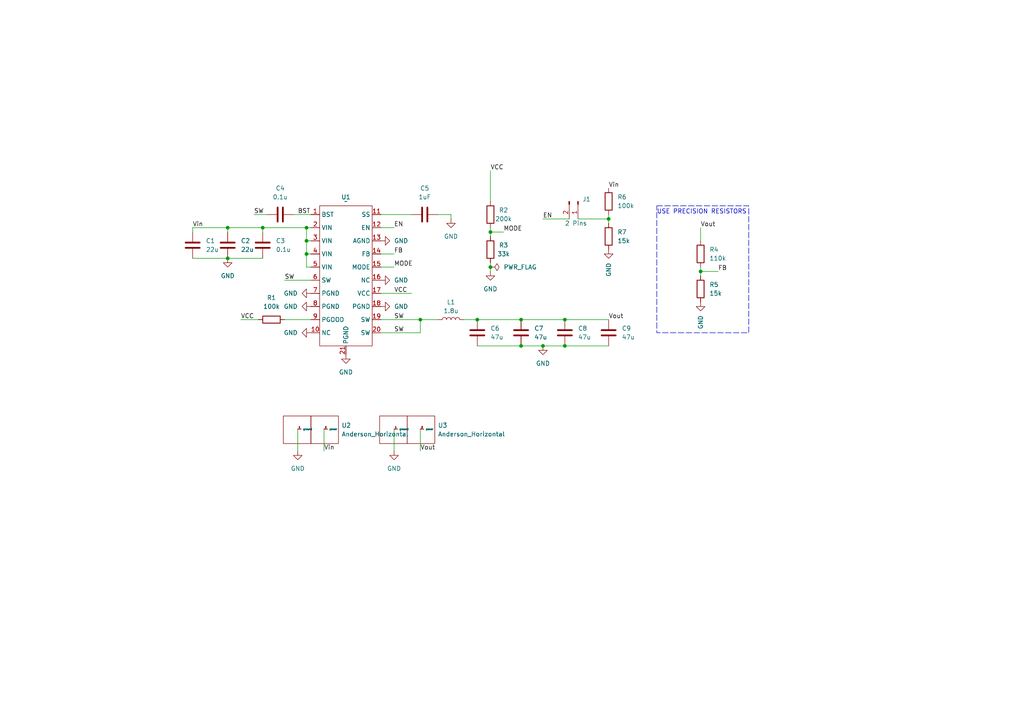
<source format=kicad_sch>
(kicad_sch (version 20230121) (generator eeschema)
  (paper "A4")
  (lib_symbols
    (symbol "Connector:Conn_01x02_Pin" (pin_names (offset 1.016) hide)
      (property "Reference" "J" (at 0 2.54 0))
      (property "Value" "Conn_01x02_Pin" (at 0 -5.08 0))
      (symbol "Conn_01x02_Pin_1_1"
        (polyline (pts (xy 1.27 -2.54) (xy 0.8636 -2.54)) (stroke (width 0.1524)))
        (polyline (pts (xy 1.27 0) (xy 0.8636 0)) (stroke (width 0.1524)))
        (rectangle (start 0.8636 -2.413) (end 0 -2.667) (stroke (width 0.1524)) (fill (type outline)))
        (rectangle (start 0.8636 0.127) (end 0 -0.127) (stroke (width 0.1524)) (fill (type outline)))
        (pin passive line (at 5.08 0 180) (length 3.81) (name "Pin_1") (number "1"))
        (pin passive line (at 5.08 -2.54 180) (length 3.81) (name "Pin_2") (number "2"))
      )
    )
    (symbol "Device:C" (pin_numbers hide) (pin_names (offset 0.254))
      (property "Reference" "C" (at 0.635 2.54 0))
      (property "Value" "C" (at 0.635 -2.54 0))
      (symbol "C_0_1"
        (polyline (pts (xy -2.032 -0.762) (xy 2.032 -0.762)) (stroke (width 0.508)))
        (polyline (pts (xy -2.032 0.762) (xy 2.032 0.762)) (stroke (width 0.508)))
      )
      (symbol "C_1_1"
        (pin passive line (at 0 3.81 270) (length 2.794) (name "~") (number "1"))
        (pin passive line (at 0 -3.81 90) (length 2.794) (name "~") (number "2"))
      )
    )
    (symbol "Device:L" (pin_numbers hide) (pin_names (offset 1.016) hide)
      (property "Reference" "L" (at -1.27 0 90))
      (property "Value" "L" (at 1.905 0 90))
      (symbol "L_0_1"
        (arc (start 0 -2.54) (mid 0.6323 -1.905) (end 0 -1.27))
        (arc (start 0 -1.27) (mid 0.6323 -0.635) (end 0 0))
        (arc (start 0 0) (mid 0.6323 0.635) (end 0 1.27))
        (arc (start 0 1.27) (mid 0.6323 1.905) (end 0 2.54))
      )
      (symbol "L_1_1"
        (pin passive line (at 0 3.81 270) (length 1.27) (name "1") (number "1"))
        (pin passive line (at 0 -3.81 90) (length 1.27) (name "2") (number "2"))
      )
    )
    (symbol "Device:R" (pin_numbers hide) (pin_names (offset 0))
      (property "Reference" "R" (at 2.032 0 90))
      (property "Value" "R" (at 0 0 90))
      (symbol "R_0_1"
        (rectangle (start -1.016 -2.54) (end 1.016 2.54) (stroke (width 0.254)))
      )
      (symbol "R_1_1"
        (pin passive line (at 0 3.81 270) (length 1.27) (name "~") (number "1"))
        (pin passive line (at 0 -3.81 90) (length 1.27) (name "~") (number "2"))
      )
    )
    (symbol "PiE_Symbols:Anderson_Horizontal"
      (property "Reference" "U" (at 0 4.54 0))
      (property "Value" "Anderson_Horizontal" (at 0 2 0))
      (symbol "Anderson_Horizontal_0_1"
        (rectangle (start 0 0) (end -8 -8))
        (rectangle (start 0 0) (end 8 -8))
      )
      (symbol "Anderson_Horizontal_1_1"
        (pin passive line (at -3.81 -3.81 0) (length 1) (name "ground") (number "1"))
        (pin passive line (at 3.81 -3.81 0) (length 1) (name "power") (number "2"))
      )
    )
    (symbol "PiE_Symbols:TPS56C230"
      (property "Reference" "U" (at 0 19.05 0))
      (symbol "TPS56C230_0_1"
        (rectangle (start -7.62 17.78) (end 7.62 -22.86))
      )
      (symbol "TPS56C230_1_1"
        (pin input line (at -10.16 15.24 0) (length 2.54) (name "BST") (number "1"))
        (pin passive line (at -10.16 -19.05 0) (length 2.54) (name "NC") (number "10"))
        (pin input line (at 10.16 15.24 180) (length 2.54) (name "SS") (number "11"))
        (pin bidirectional line (at 10.16 11.43 180) (length 2.54) (name "EN") (number "12"))
        (pin passive line (at 10.16 7.62 180) (length 2.54) (name "AGND") (number "13"))
        (pin bidirectional line (at 10.16 3.81 180) (length 2.54) (name "FB") (number "14"))
        (pin bidirectional line (at 10.16 0 180) (length 2.54) (name "MODE") (number "15"))
        (pin passive line (at 10.16 -3.81 180) (length 2.54) (name "NC") (number "16"))
        (pin bidirectional line (at 10.16 -7.62 180) (length 2.54) (name "VCC") (number "17"))
        (pin passive line (at 10.16 -11.43 180) (length 2.54) (name "PGND") (number "18"))
        (pin bidirectional line (at 10.16 -15.24 180) (length 2.54) (name "SW") (number "19"))
        (pin passive line (at -10.16 11.43 0) (length 2.54) (name "VIN") (number "2"))
        (pin bidirectional line (at 10.16 -19.05 180) (length 2.54) (name "SW") (number "20"))
        (pin passive line (at 0 -25.4 90) (length 2.54) (name "PGND") (number "21"))
        (pin passive line (at -10.16 7.62 0) (length 2.54) (name "VIN") (number "3"))
        (pin passive line (at -10.16 3.81 0) (length 2.54) (name "VIN") (number "4"))
        (pin passive line (at -10.16 0 0) (length 2.54) (name "VIN") (number "5"))
        (pin output line (at -10.16 -3.81 0) (length 2.54) (name "SW") (number "6"))
        (pin passive line (at -10.16 -7.62 0) (length 2.54) (name "PGND") (number "7"))
        (pin passive line (at -10.16 -11.43 0) (length 2.54) (name "PGND") (number "8"))
        (pin output line (at -10.16 -15.24 0) (length 2.54) (name "PGOOD") (number "9"))
      )
    )
    (symbol "power:GND" (power) (pin_names (offset 0))
      (property "Value" "GND" (at 0 -3.81 0))
      (symbol "GND_0_1"
        (polyline (pts (xy 0 0) (xy 0 -1.27) (xy 1.27 -1.27) (xy 0 -2.54) (xy -1.27 -1.27) (xy 0 -1.27)))
      )
      (symbol "GND_1_1"
        (pin power_in line (at 0 0 270) (length 0) hide (name "GND") (number "1"))
      )
    )
    (symbol "power:PWR_FLAG" (power) (pin_numbers hide) (pin_names (offset 0) hide)
      (property "Value" "PWR_FLAG" (at 0 3.81 0))
      (symbol "PWR_FLAG_0_0"
        (pin power_out line (at 0 0 90) (length 0) (name "pwr") (number "1"))
      )
      (symbol "PWR_FLAG_0_1"
        (polyline (pts (xy 0 0) (xy 0 1.27) (xy -1.016 1.905) (xy 0 2.54) (xy 1.016 1.905) (xy 0 1.27)))
      )
    )
  )
  (junction (at 88.9 73.66))
  (junction (at 88.9 66.04))
  (junction (at 121.92 92.71))
  (junction (at 142.24 67.31))
  (junction (at 76.2 66.04))
  (junction (at 88.9 69.85))
  (junction (at 163.83 92.71))
  (junction (at 163.83 100.33))
  (junction (at 138.43 92.71))
  (junction (at 66.04 74.93))
  (junction (at 142.24 77.47))
  (junction (at 203.2 78.74))
  (junction (at 176.53 63.5))
  (junction (at 151.13 92.71))
  (junction (at 66.04 66.04))
  (junction (at 157.48 100.33))
  (junction (at 151.13 100.33))
  (wire (pts (xy 90.17 66.04) (xy 88.9 66.04)))
  (wire (pts (xy 88.9 73.66) (xy 88.9 77.47)))
  (wire (pts (xy 69.85 92.71) (xy 74.93 92.71)))
  (wire (pts (xy 151.13 92.71) (xy 163.83 92.71)))
  (wire (pts (xy 82.55 81.28) (xy 90.17 81.28)))
  (wire (pts (xy 76.2 66.04) (xy 76.2 67.31)))
  (wire (pts (xy 88.9 73.66) (xy 90.17 73.66)))
  (wire (pts (xy 73.66 62.23) (xy 77.47 62.23)))
  (wire (pts (xy 142.24 67.31) (xy 142.24 68.58)))
  (wire (pts (xy 121.92 92.71) (xy 127 92.71)))
  (wire (pts (xy 66.04 66.04) (xy 66.04 67.31)))
  (wire (pts (xy 110.49 96.52) (xy 121.92 96.52)))
  (wire (pts (xy 110.49 77.47) (xy 114.3 77.47)))
  (wire (pts (xy 90.17 77.47) (xy 88.9 77.47)))
  (wire (pts (xy 110.49 73.66) (xy 114.3 73.66)))
  (wire (pts (xy 110.49 85.09) (xy 119.38 85.09)))
  (wire (pts (xy 203.2 77.47) (xy 203.2 78.74)))
  (wire (pts (xy 142.24 66.04) (xy 142.24 67.31)))
  (wire (pts (xy 142.24 78.74) (xy 142.24 77.47)))
  (wire (pts (xy 66.04 66.04) (xy 55.88 66.04)))
  (wire (pts (xy 66.04 74.93) (xy 76.2 74.93)))
  (wire (pts (xy 142.24 77.47) (xy 142.24 76.2)))
  (wire (pts (xy 203.2 78.74) (xy 203.2 80.01)))
  (wire (pts (xy 138.43 100.33) (xy 151.13 100.33)))
  (wire (pts (xy 93.98 124.46) (xy 93.98 130.81)))
  (wire (pts (xy 86.36 124.46) (xy 86.36 130.81)))
  (wire (pts (xy 130.81 62.23) (xy 130.81 63.5)))
  (wire (pts (xy 76.2 66.04) (xy 66.04 66.04)))
  (wire (pts (xy 127 62.23) (xy 130.81 62.23)))
  (wire (pts (xy 203.2 78.74) (xy 208.28 78.74)))
  (wire (pts (xy 157.48 63.5) (xy 165.1 63.5)))
  (wire (pts (xy 82.55 92.71) (xy 90.17 92.71)))
  (wire (pts (xy 176.53 63.5) (xy 176.53 64.77)))
  (wire (pts (xy 110.49 62.23) (xy 119.38 62.23)))
  (wire (pts (xy 157.48 100.33) (xy 163.83 100.33)))
  (wire (pts (xy 176.53 62.23) (xy 176.53 63.5)))
  (wire (pts (xy 114.3 124.46) (xy 114.3 130.81)))
  (wire (pts (xy 110.49 92.71) (xy 121.92 92.71)))
  (wire (pts (xy 134.62 92.71) (xy 138.43 92.71)))
  (wire (pts (xy 110.49 66.04) (xy 114.3 66.04)))
  (wire (pts (xy 142.24 67.31) (xy 146.05 67.31)))
  (wire (pts (xy 203.2 66.04) (xy 203.2 69.85)))
  (wire (pts (xy 121.92 92.71) (xy 121.92 96.52)))
  (wire (pts (xy 88.9 69.85) (xy 90.17 69.85)))
  (wire (pts (xy 85.09 62.23) (xy 90.17 62.23)))
  (wire (pts (xy 142.24 49.53) (xy 142.24 58.42)))
  (wire (pts (xy 55.88 66.04) (xy 55.88 67.31)))
  (wire (pts (xy 121.92 124.46) (xy 121.92 130.81)))
  (wire (pts (xy 163.83 92.71) (xy 176.53 92.71)))
  (wire (pts (xy 55.88 74.93) (xy 66.04 74.93)))
  (wire (pts (xy 88.9 66.04) (xy 76.2 66.04)))
  (wire (pts (xy 151.13 100.33) (xy 157.48 100.33)))
  (wire (pts (xy 138.43 92.71) (xy 151.13 92.71)))
  (wire (pts (xy 88.9 66.04) (xy 88.9 69.85)))
  (wire (pts (xy 167.64 63.5) (xy 176.53 63.5)))
  (wire (pts (xy 163.83 100.33) (xy 176.53 100.33)))
  (wire (pts (xy 88.9 69.85) (xy 88.9 73.66)))
  (rectangle (start 190.5 59.69) (end 217.17 96.52) (stroke (width 0) (type dash)))
  (text "USE PRECISION RESISTORS" (at 190.5 62.23 0) (effects (font (size 1.27 1.27)) (justify left bottom)))
  (label "SW" (at 114.3 92.71 0))
  (label "SW" (at 114.3 96.52 0))
  (label "FB" (at 114.3 73.66 0))
  (label "FB" (at 208.28 78.74 0))
  (label "EN" (at 114.3 66.04 0))
  (label "SW" (at 73.66 62.23 0))
  (label "EN" (at 157.48 63.5 0))
  (label "Vout" (at 203.2 66.04 0))
  (label "VCC" (at 114.3 85.09 0))
  (label "MODE" (at 146.05 67.31 0))
  (label "BST" (at 86.36 62.23 0))
  (label "Vout" (at 176.53 92.71 0))
  (label "Vin" (at 93.98 130.81 0))
  (label "SW" (at 82.55 81.28 0))
  (label "VCC" (at 69.85 92.71 0))
  (label "Vout" (at 121.92 130.81 0))
  (label "Vin" (at 176.53 54.61 0))
  (label "MODE" (at 114.3 77.47 0))
  (label "VCC" (at 142.24 49.53 0))
  (label "Vin" (at 55.88 66.04 0))
  (symbol (lib_id "power:GND") (at 157.48 100.33 0) (unit 1)
    (property "Reference" "#PWR012" (effects hide))
    (property "Value" "GND" (at 157.48 105.41 0))
    (instances (project "Test_Board" (path "" (reference "#PWR012") (unit 1)) (path "" (reference "#PWR027") (unit 1))) (project "DC-DC_converter_v2" (path "" (reference "#PWR014") (unit 1))))
  )
  (symbol (lib_id "power:GND") (at 114.3 130.81 0) (unit 1)
    (property "Reference" "#PWR011" (effects hide))
    (property "Value" "GND" (at 114.3 135.89 0))
    (instances (project "Test_Board" (path "" (reference "#PWR011") (unit 1)) (path "" (reference "#PWR025") (unit 1))) (project "DC-DC_converter_v2" (path "" (reference "#PWR016") (unit 1))))
  )
  (symbol (lib_id "power:PWR_FLAG") (at 142.24 77.47 270) (unit 1)
    (property "Reference" "#FLG01" (effects hide))
    (property "Value" "PWR_FLAG" (at 146.05 77.47 90) (effects (justify left)))
    (instances (project "Test_Board" (path "" (reference "#FLG01") (unit 1)) (path "" (reference "#FLG02") (unit 1))) (project "DC-DC_converter_v2" (path "" (reference "#FLG01") (unit 1))))
  )
  (symbol (lib_id "PiE_Symbols:Anderson_Horizontal") (at 90.17 120.65 0) (unit 1)
    (property "Reference" "U2" (at 99.06 123.38 0) (effects (justify left)))
    (property "Value" "Anderson_Horizontal" (at 99.06 125.92 0) (effects (justify left)))
    (property "Footprint" "PiE_Footprints:anderson_horizontal" (effects hide))
    (instances (project "Test_Board" (path "" (reference "U2") (unit 1)) (path "" (reference "U4") (unit 1))) (project "DC-DC_converter_v2" (path "" (reference "U2") (unit 1))))
  )
  (symbol (lib_id "Device:C") (at 76.2 71.12 180) (unit 1)
    (property "Reference" "C3" (at 80.01 69.85 0) (effects (justify right)))
    (property "Value" "0.1u" (at 80.01 72.39 0) (effects (justify right)))
    (property "Footprint" "Capacitor_SMD:C_1206_3216Metric" (effects hide))
    (instances (project "Test_Board" (path "" (reference "C3") (unit 1)) (path "" (reference "C12") (unit 1))) (project "DC-DC_converter_v2" (path "" (reference "C5") (unit 1))))
  )
  (symbol (lib_id "power:GND") (at 110.49 69.85 90) (unit 1)
    (property "Reference" "#PWR07" (effects hide))
    (property "Value" "GND" (at 114.3 69.85 90) (effects (justify right)))
    (instances (project "Test_Board" (path "" (reference "#PWR07") (unit 1)) (path "" (reference "#PWR022") (unit 1))) (project "DC-DC_converter_v2" (path "" (reference "#PWR01") (unit 1))))
  )
  (symbol (lib_id "power:GND") (at 110.49 81.28 90) (unit 1)
    (property "Reference" "#PWR08" (effects hide))
    (property "Value" "GND" (at 114.3 81.28 90) (effects (justify right)))
    (instances (project "Test_Board" (path "" (reference "#PWR08") (unit 1)) (path "" (reference "#PWR023") (unit 1))) (project "DC-DC_converter_v2" (path "" (reference "#PWR07") (unit 1))))
  )
  (symbol (lib_id "Device:C") (at 55.88 71.12 180) (unit 1)
    (property "Reference" "C1" (at 59.69 69.85 0) (effects (justify right)))
    (property "Value" "22u" (at 59.69 72.39 0) (effects (justify right)))
    (property "Footprint" "Capacitor_SMD:C_1206_3216Metric" (effects hide))
    (instances (project "Test_Board" (path "" (reference "C1") (unit 1)) (path "" (reference "C10") (unit 1))) (project "DC-DC_converter_v2" (path "" (reference "C3") (unit 1))))
  )
  (symbol (lib_id "power:GND") (at 86.36 130.81 0) (unit 1)
    (property "Reference" "#PWR06" (effects hide))
    (property "Value" "GND" (at 86.36 135.89 0))
    (instances (project "Test_Board" (path "" (reference "#PWR06") (unit 1)) (path "" (reference "#PWR017") (unit 1))) (project "DC-DC_converter_v2" (path "" (reference "#PWR015") (unit 1))))
  )
  (symbol (lib_id "Device:R") (at 142.24 72.39 0) (unit 1)
    (property "Reference" "R3" (at 146.05 71.12 0))
    (property "Value" "33k" (at 146.05 73.66 0))
    (property "Footprint" "Resistor_SMD:R_0402_1005Metric" (effects hide))
    (instances (project "Test_Board" (path "" (reference "R3") (unit 1)) (path "" (reference "R10") (unit 1))) (project "DC-DC_converter_v2" (path "" (reference "R5") (unit 1))))
  )
  (symbol (lib_id "Connector:Conn_01x02_Pin") (at 167.64 58.42 270) (unit 1)
    (property "Reference" "J1" (at 168.91 57.785 90) (effects (justify left)))
    (property "Value" "2 Pins" (at 163.83 64.77 90) (effects (justify left)))
    (property "Footprint" "Connector_PinHeader_2.54mm:PinHeader_1x02_P2.54mm_Vertical" (effects hide))
    (instances (project "Test_Board" (path "" (reference "J1") (unit 1)) (path "" (reference "J2") (unit 1))) (project "DC-DC_converter_v2" (path "" (reference "J1") (unit 1))))
  )
  (symbol (lib_id "power:GND") (at 176.53 72.39 0) (unit 1)
    (property "Reference" "#PWR015" (effects hide))
    (property "Value" "GND" (at 176.53 76.2 90) (effects (justify right)))
    (instances (project "Test_Board" (path "" (reference "#PWR015") (unit 1)) (path "" (reference "#PWR030") (unit 1))) (project "DC-DC_converter_v2" (path "" (reference "#PWR010") (unit 1))))
  )
  (symbol (lib_id "Device:R") (at 176.53 68.58 0) (unit 1)
    (property "Reference" "R7" (at 179.07 67.31 0) (effects (justify left)))
    (property "Value" "15k" (at 179.07 69.85 0) (effects (justify left)))
    (property "Footprint" "Resistor_SMD:R_0402_1005Metric" (effects hide))
    (instances (project "Test_Board" (path "" (reference "R7") (unit 1)) (path "" (reference "R14") (unit 1))) (project "DC-DC_converter_v2" (path "" (reference "R7") (unit 1))))
  )
  (symbol (lib_id "Device:R") (at 78.74 92.71 90) (unit 1)
    (property "Reference" "R1" (at 78.74 86.36 90))
    (property "Value" "100k" (at 78.74 88.9 90))
    (property "Footprint" "Resistor_SMD:R_0402_1005Metric" (effects hide))
    (instances (project "Test_Board" (path "" (reference "R1") (unit 1)) (path "" (reference "R8") (unit 1))) (project "DC-DC_converter_v2" (path "" (reference "R3") (unit 1))))
  )
  (symbol (lib_id "power:GND") (at 130.81 63.5 0) (unit 1)
    (property "Reference" "#PWR010" (effects hide))
    (property "Value" "GND" (at 130.81 68.58 0))
    (instances (project "Test_Board" (path "" (reference "#PWR010") (unit 1)) (path "" (reference "#PWR026") (unit 1))) (project "DC-DC_converter_v2" (path "" (reference "#PWR013") (unit 1))))
  )
  (symbol (lib_id "Device:C") (at 176.53 96.52 180) (unit 1)
    (property "Reference" "C9" (at 180.34 95.25 0) (effects (justify right)))
    (property "Value" "47u" (at 180.34 97.79 0) (effects (justify right)))
    (property "Footprint" "Capacitor_SMD:C_1206_3216Metric" (effects hide))
    (instances (project "Test_Board" (path "" (reference "C9") (unit 1)) (path "" (reference "C18") (unit 1))) (project "DC-DC_converter_v2" (path "" (reference "C9") (unit 1))))
  )
  (symbol (lib_id "Device:C") (at 66.04 71.12 180) (unit 1)
    (property "Reference" "C2" (at 69.85 69.85 0) (effects (justify right)))
    (property "Value" "22u" (at 69.85 72.39 0) (effects (justify right)))
    (property "Footprint" "Capacitor_SMD:C_1206_3216Metric" (effects hide))
    (instances (project "Test_Board" (path "" (reference "C2") (unit 1)) (path "" (reference "C11") (unit 1))) (project "DC-DC_converter_v2" (path "" (reference "C4") (unit 1))))
  )
  (symbol (lib_id "power:GND") (at 66.04 74.93 0) (unit 1)
    (property "Reference" "#PWR01" (effects hide))
    (property "Value" "GND" (at 66.04 80.01 0))
    (instances (project "Test_Board" (path "" (reference "#PWR01") (unit 1)) (path "" (reference "#PWR016") (unit 1))) (project "DC-DC_converter_v2" (path "" (reference "#PWR012") (unit 1))))
  )
  (symbol (lib_id "power:GND") (at 90.17 85.09 270) (unit 1)
    (property "Reference" "#PWR02" (effects hide))
    (property "Value" "GND" (at 86.36 85.09 90) (effects (justify right)))
    (instances (project "Test_Board" (path "" (reference "#PWR02") (unit 1)) (path "" (reference "#PWR018") (unit 1))) (project "DC-DC_converter_v2" (path "" (reference "#PWR05") (unit 1))))
  )
  (symbol (lib_id "power:GND") (at 90.17 96.52 270) (unit 1)
    (property "Reference" "#PWR04" (effects hide))
    (property "Value" "GND" (at 86.36 96.52 90) (effects (justify right)))
    (instances (project "Test_Board" (path "" (reference "#PWR04") (unit 1)) (path "" (reference "#PWR020") (unit 1))) (project "DC-DC_converter_v2" (path "" (reference "#PWR06") (unit 1))))
  )
  (symbol (lib_id "power:GND") (at 203.2 87.63 0) (unit 1)
    (property "Reference" "#PWR014" (effects hide))
    (property "Value" "GND" (at 203.2 91.44 90) (effects (justify right)))
    (instances (project "Test_Board" (path "" (reference "#PWR014") (unit 1)) (path "" (reference "#PWR029") (unit 1))) (project "DC-DC_converter_v2" (path "" (reference "#PWR09") (unit 1))))
  )
  (symbol (lib_id "Device:C") (at 123.19 62.23 90) (unit 1)
    (property "Reference" "C5" (at 123.19 54.61 90))
    (property "Value" "1uF" (at 123.19 57.15 90))
    (property "Footprint" "Capacitor_SMD:C_0603_1608Metric_Pad1.08x0.95mm_HandSolder" (effects hide))
    (instances (project "Test_Board" (path "" (reference "C5") (unit 1)) (path "" (reference "C14") (unit 1))) (project "DC-DC_converter_v2" (path "" (reference "C1") (unit 1))))
  )
  (symbol (lib_id "power:GND") (at 110.49 88.9 90) (unit 1)
    (property "Reference" "#PWR09" (effects hide))
    (property "Value" "GND" (at 114.3 88.9 90) (effects (justify right)))
    (instances (project "Test_Board" (path "" (reference "#PWR09") (unit 1)) (path "" (reference "#PWR024") (unit 1))) (project "DC-DC_converter_v2" (path "" (reference "#PWR02") (unit 1))))
  )
  (symbol (lib_id "power:GND") (at 142.24 78.74 0) (unit 1)
    (property "Reference" "#PWR013" (effects hide))
    (property "Value" "GND" (at 142.24 83.82 0))
    (instances (project "Test_Board" (path "" (reference "#PWR013") (unit 1)) (path "" (reference "#PWR028") (unit 1))) (project "DC-DC_converter_v2" (path "" (reference "#PWR08") (unit 1))))
  )
  (symbol (lib_id "Device:R") (at 176.53 58.42 0) (unit 1)
    (property "Reference" "R6" (at 179.07 57.15 0) (effects (justify left)))
    (property "Value" "100k" (at 179.07 59.69 0) (effects (justify left)))
    (property "Footprint" "Resistor_SMD:R_0402_1005Metric" (effects hide))
    (instances (project "Test_Board" (path "" (reference "R6") (unit 1)) (path "" (reference "R13") (unit 1))) (project "DC-DC_converter_v2" (path "" (reference "R6") (unit 1))))
  )
  (symbol (lib_id "Device:R") (at 203.2 83.82 0) (unit 1)
    (property "Reference" "R5" (at 205.74 82.55 0) (effects (justify left)))
    (property "Value" "15k" (at 205.74 85.09 0) (effects (justify left)))
    (property "Footprint" "Resistor_SMD:R_0603_1608Metric" (effects hide))
    (instances (project "Test_Board" (path "" (reference "R5") (unit 1)) (path "" (reference "R12") (unit 1))) (project "DC-DC_converter_v2" (path "" (reference "R2") (unit 1))))
  )
  (symbol (lib_id "Device:C") (at 138.43 96.52 180) (unit 1)
    (property "Reference" "C6" (at 142.24 95.25 0) (effects (justify right)))
    (property "Value" "47u" (at 142.24 97.79 0) (effects (justify right)))
    (property "Footprint" "Capacitor_SMD:C_1206_3216Metric" (effects hide))
    (instances (project "Test_Board" (path "" (reference "C6") (unit 1)) (path "" (reference "C15") (unit 1))) (project "DC-DC_converter_v2" (path "" (reference "C6") (unit 1))))
  )
  (symbol (lib_id "power:GND") (at 90.17 88.9 270) (unit 1)
    (property "Reference" "#PWR03" (effects hide))
    (property "Value" "GND" (at 86.36 88.9 90) (effects (justify right)))
    (instances (project "Test_Board" (path "" (reference "#PWR03") (unit 1)) (path "" (reference "#PWR019") (unit 1))) (project "DC-DC_converter_v2" (path "" (reference "#PWR04") (unit 1))))
  )
  (symbol (lib_id "Device:C") (at 163.83 96.52 180) (unit 1)
    (property "Reference" "C8" (at 167.64 95.25 0) (effects (justify right)))
    (property "Value" "47u" (at 167.64 97.79 0) (effects (justify right)))
    (property "Footprint" "Capacitor_SMD:C_1206_3216Metric" (effects hide))
    (instances (project "Test_Board" (path "" (reference "C8") (unit 1)) (path "" (reference "C17") (unit 1))) (project "DC-DC_converter_v2" (path "" (reference "C8") (unit 1))))
  )
  (symbol (lib_id "Device:C") (at 151.13 96.52 180) (unit 1)
    (property "Reference" "C7" (at 154.94 95.25 0) (effects (justify right)))
    (property "Value" "47u" (at 154.94 97.79 0) (effects (justify right)))
    (property "Footprint" "Capacitor_SMD:C_1206_3216Metric" (effects hide))
    (instances (project "Test_Board" (path "" (reference "C7") (unit 1)) (path "" (reference "C16") (unit 1))) (project "DC-DC_converter_v2" (path "" (reference "C7") (unit 1))))
  )
  (symbol (lib_id "Device:R") (at 142.24 62.23 0) (unit 1)
    (property "Reference" "R2" (at 146.05 60.96 0))
    (property "Value" "200k" (at 146.05 63.5 0))
    (property "Footprint" "Resistor_SMD:R_0402_1005Metric" (effects hide))
    (instances (project "Test_Board" (path "" (reference "R2") (unit 1)) (path "" (reference "R9") (unit 1))) (project "DC-DC_converter_v2" (path "" (reference "R4") (unit 1))))
  )
  (symbol (lib_id "Device:L") (at 130.81 92.71 90) (unit 1)
    (property "Reference" "L1" (at 130.81 87.63 90))
    (property "Value" "1.8u" (at 130.81 90.17 90))
    (property "Footprint" "PiE_Footprints:125CDMCCDS-1R8MC" (effects hide))
    (instances (project "Test_Board" (path "" (reference "L1") (unit 1)) (path "" (reference "L2") (unit 1))) (project "DC-DC_converter_v2" (path "" (reference "L1") (unit 1))))
  )
  (symbol (lib_id "power:GND") (at 100.33 102.87 0) (unit 1)
    (property "Reference" "#PWR05" (effects hide))
    (property "Value" "GND" (at 100.33 107.95 0))
    (instances (project "Test_Board" (path "" (reference "#PWR05") (unit 1)) (path "" (reference "#PWR021") (unit 1))) (project "DC-DC_converter_v2" (path "" (reference "#PWR03") (unit 1))))
  )
  (symbol (lib_id "Device:C") (at 81.28 62.23 90) (unit 1)
    (property "Reference" "C4" (at 81.28 54.61 90))
    (property "Value" "0.1u" (at 81.28 57.15 90))
    (property "Footprint" "Capacitor_SMD:C_1206_3216Metric" (effects hide))
    (instances (project "Test_Board" (path "" (reference "C4") (unit 1)) (path "" (reference "C13") (unit 1))) (project "DC-DC_converter_v2" (path "" (reference "C2") (unit 1))))
  )
  (symbol (lib_id "PiE_Symbols:Anderson_Horizontal") (at 118.11 120.65 0) (unit 1)
    (property "Reference" "U3" (at 127 123.38 0) (effects (justify left)))
    (property "Value" "Anderson_Horizontal" (at 127 125.92 0) (effects (justify left)))
    (property "Footprint" "PiE_Footprints:anderson_horizontal" (effects hide))
    (instances (project "Test_Board" (path "" (reference "U3") (unit 1)) (path "" (reference "U6") (unit 1))) (project "DC-DC_converter_v2" (path "" (reference "U3") (unit 1))))
  )
  (symbol (lib_id "Device:R") (at 203.2 73.66 0) (unit 1)
    (property "Reference" "R4" (at 205.74 72.39 0) (effects (justify left)))
    (property "Value" "110k" (at 205.74 74.93 0) (effects (justify left)))
    (property "Footprint" "Resistor_SMD:R_0603_1608Metric" (effects hide))
    (instances (project "Test_Board" (path "" (reference "R4") (unit 1)) (path "" (reference "R11") (unit 1))) (project "DC-DC_converter_v2" (path "" (reference "R1") (unit 1))))
  )
  (symbol (lib_id "PiE_Symbols:TPS56C230") (at 100.33 77.47 0) (unit 1)
    (property "Reference" "U1" (at 100.33 57.15 0))
    (property "Value" "~" (at 100.33 58.42 0))
    (property "Footprint" "PiE_Footprints:TPS56C230RJER" (effects hide))
    (instances (project "Test_Board" (path "" (reference "U1") (unit 1)) (path "" (reference "U5") (unit 1))) (project "DC-DC_converter_v2" (path "" (reference "U1") (unit 1))))
  )
)
</source>
